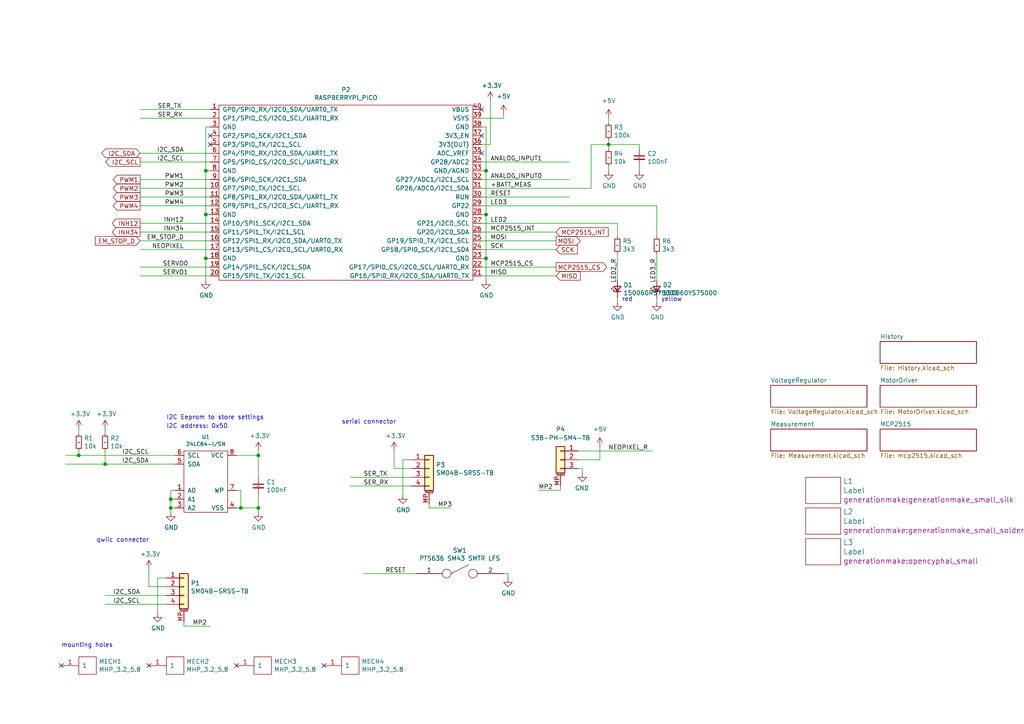
<source format=kicad_sch>
(kicad_sch (version 20211123) (generator eeschema)
  (paper "A4")
  (title_block (title "OpenCyphalRobotController07") (date "2023-07-24") (rev "0.1") (company "generationmake"))
  (lib_symbols
    (symbol "Connector_Generic_MountingPin:Conn_01x03_MountingPin" (pin_names (offset 1.016) hide)
      (property "Reference" "J" (at 0 5.08 0))
      (property "Value" "Conn_01x03_MountingPin" (at 1.27 -5.08 0))
      (symbol "Conn_01x03_MountingPin_1_1"
        (rectangle (start -1.27 -2.413) (end 0 -2.667) (stroke (width 0.1524)))
        (rectangle (start -1.27 0.127) (end 0 -0.127) (stroke (width 0.1524)))
        (rectangle (start -1.27 2.667) (end 0 2.413) (stroke (width 0.1524)))
        (rectangle (start -1.27 3.81) (end 1.27 -3.81) (stroke (width 0.254)) (fill (type background)))
        (polyline (pts (xy -1.016 -4.572) (xy 1.016 -4.572)) (stroke (width 0.1524)))
        (text "Mounting" (at 0 -4.191 0) (effects (font (size 0.381 0.381))))
        (pin passive line (at -5.08 2.54 0) (length 3.81) (name "Pin_1") (number "1"))
        (pin passive line (at -5.08 0 0) (length 3.81) (name "Pin_2") (number "2"))
        (pin passive line (at -5.08 -2.54 0) (length 3.81) (name "Pin_3") (number "3"))
        (pin passive line (at 0 -7.62 90) (length 3.048) (name "MountPin") (number "MP"))
      )
    )
    (symbol "Connector_Generic_MountingPin:Conn_01x04_MountingPin" (pin_names (offset 1.016) hide)
      (property "Reference" "J" (at 0 5.08 0))
      (property "Value" "Conn_01x04_MountingPin" (at 1.27 -7.62 0))
      (symbol "Conn_01x04_MountingPin_1_1"
        (rectangle (start -1.27 -4.953) (end 0 -5.207) (stroke (width 0.1524)))
        (rectangle (start -1.27 -2.413) (end 0 -2.667) (stroke (width 0.1524)))
        (rectangle (start -1.27 0.127) (end 0 -0.127) (stroke (width 0.1524)))
        (rectangle (start -1.27 2.667) (end 0 2.413) (stroke (width 0.1524)))
        (rectangle (start -1.27 3.81) (end 1.27 -6.35) (stroke (width 0.254)) (fill (type background)))
        (polyline (pts (xy -1.016 -7.112) (xy 1.016 -7.112)) (stroke (width 0.1524)))
        (text "Mounting" (at 0 -6.731 0) (effects (font (size 0.381 0.381))))
        (pin passive line (at -5.08 2.54 0) (length 3.81) (name "Pin_1") (number "1"))
        (pin passive line (at -5.08 0 0) (length 3.81) (name "Pin_2") (number "2"))
        (pin passive line (at -5.08 -2.54 0) (length 3.81) (name "Pin_3") (number "3"))
        (pin passive line (at -5.08 -5.08 0) (length 3.81) (name "Pin_4") (number "4"))
        (pin passive line (at 0 -10.16 90) (length 3.048) (name "MountPin") (number "MP"))
      )
    )
    (symbol "Device:C_Small" (pin_numbers hide) (pin_names (offset 0.254) hide)
      (property "Reference" "C" (at 0.254 1.778 0))
      (property "Value" "C_Small" (at 0.254 -2.032 0))
      (symbol "C_Small_0_1"
        (polyline (pts (xy -1.524 -0.508) (xy 1.524 -0.508)) (stroke (width 0.3302)))
        (polyline (pts (xy -1.524 0.508) (xy 1.524 0.508)) (stroke (width 0.3048)))
      )
      (symbol "C_Small_1_1"
        (pin passive line (at 0 2.54 270) (length 2.032) (name "~") (number "1"))
        (pin passive line (at 0 -2.54 90) (length 2.032) (name "~") (number "2"))
      )
    )
    (symbol "Device:LED_Small" (pin_numbers hide) (pin_names (offset 0.254) hide)
      (property "Reference" "D" (at -1.27 3.175 0))
      (property "Value" "LED_Small" (at -4.445 -2.54 0))
      (symbol "LED_Small_0_1"
        (polyline (pts (xy -0.762 -1.016) (xy -0.762 1.016)) (stroke (width 0.254)))
        (polyline (pts (xy 1.016 0) (xy -0.762 0)))
        (polyline (pts (xy 0.762 -1.016) (xy -0.762 0) (xy 0.762 1.016) (xy 0.762 -1.016)) (stroke (width 0.254)))
        (polyline (pts (xy 0 0.762) (xy -0.508 1.27) (xy -0.254 1.27) (xy -0.508 1.27) (xy -0.508 1.016)))
        (polyline (pts (xy 0.508 1.27) (xy 0 1.778) (xy 0.254 1.778) (xy 0 1.778) (xy 0 1.524)))
      )
      (symbol "LED_Small_1_1"
        (pin passive line (at -2.54 0 0) (length 1.778) (name "K") (number "1"))
        (pin passive line (at 2.54 0 180) (length 1.778) (name "A") (number "2"))
      )
    )
    (symbol "Device:R_Small" (pin_numbers hide) (pin_names (offset 0.254) hide)
      (property "Reference" "R" (at 0.762 0.508 0))
      (property "Value" "R_Small" (at 0.762 -1.016 0))
      (symbol "R_Small_0_1"
        (rectangle (start -0.762 1.778) (end 0.762 -1.778) (stroke (width 0.2032)))
      )
      (symbol "R_Small_1_1"
        (pin passive line (at 0 2.54 270) (length 0.762) (name "~") (number "1"))
        (pin passive line (at 0 -2.54 90) (length 0.762) (name "~") (number "2"))
      )
    )
    (symbol "OpenCyphalPicoBase-rescue:24LC64-IC_interface_i2c" (pin_names (offset 1.016))
      (property "Reference" "U" (at 0 10.16 0))
      (property "Value" "24LC64-IC_interface_i2c" (at 0 -10.16 0))
      (symbol "24LC64-IC_interface_i2c_0_1"
        (rectangle (start -6.35 8.89) (end 6.35 -8.89))
      )
      (symbol "24LC64-IC_interface_i2c_1_1"
        (pin input line (at -8.89 -2.54 0) (length 2.54) (name "A0") (number "1"))
        (pin input line (at -8.89 -5.08 0) (length 2.54) (name "A1") (number "2"))
        (pin input line (at -8.89 -7.62 0) (length 2.54) (name "A2") (number "3"))
        (pin input line (at 8.89 -7.62 180) (length 2.54) (name "VSS") (number "4"))
        (pin input line (at -8.89 5.08 0) (length 2.54) (name "SDA") (number "5"))
        (pin input line (at -8.89 7.62 0) (length 2.54) (name "SCL") (number "6"))
        (pin input line (at 8.89 -2.54 180) (length 2.54) (name "WP") (number "7"))
        (pin input line (at 8.89 7.62 180) (length 2.54) (name "VCC") (number "8"))
      )
    )
    (symbol "OpenCyphalPicoBase-rescue:Label-devices" (pin_names (offset 1.016))
      (property "Reference" "L" (at 0 5.08 0))
      (property "Value" "Label-devices" (at 0 0 0))
      (symbol "Label-devices_0_1"
        (rectangle (start -5.08 3.81) (end 5.08 -3.81))
      )
    )
    (symbol "OpenCyphalPicoBase-rescue:MHP_3.2_5.8-MECH_mounting-holes" (pin_names (offset 1.016))
      (property "Reference" "MECH" (at 0 3.81 0))
      (property "Value" "MHP_3.2_5.8-MECH_mounting-holes" (at 1.27 -3.81 0))
      (symbol "MHP_3.2_5.8-MECH_mounting-holes_1_1"
        (rectangle (start -2.54 2.54) (end 2.54 -2.54))
        (pin bidirectional line (at -7.62 0 0) (length 5.08) (name "1") (number "1"))
      )
    )
    (symbol "OpenCyphalPicoBase-rescue:RASPBERRYPI_PICO-MODULE_compute" (pin_names (offset 1.016))
      (property "Reference" "CN" (at 0 26.67 0))
      (property "Value" "RASPBERRYPI_PICO-MODULE_compute" (at 0 -26.67 0))
      (symbol "RASPBERRYPI_PICO-MODULE_compute_0_1"
        (rectangle (start -36.83 25.4) (end 36.83 -25.4))
      )
      (symbol "RASPBERRYPI_PICO-MODULE_compute_1_1"
        (pin input line (at -39.37 24.13 0) (length 2.54) (name "GP0/SPI0_RX/I2C0_SDA/UART0_TX") (number "1"))
        (pin input line (at -39.37 1.27 0) (length 2.54) (name "GP7/SPI0_TX/I2C1_SCL") (number "10"))
        (pin input line (at -39.37 -1.27 0) (length 2.54) (name "GP8/SPI1_RX/I2C0_SDA/UART1_TX") (number "11"))
        (pin input line (at -39.37 -3.81 0) (length 2.54) (name "GP9/SPI1_CS/I2C0_SCL/UART1_RX") (number "12"))
        (pin input line (at -39.37 -6.35 0) (length 2.54) (name "GND") (number "13"))
        (pin input line (at -39.37 -8.89 0) (length 2.54) (name "GP10/SPI1_SCK/I2C1_SDA") (number "14"))
        (pin input line (at -39.37 -11.43 0) (length 2.54) (name "GP11/SPI1_TX/I2C1_SCL") (number "15"))
        (pin input line (at -39.37 -13.97 0) (length 2.54) (name "GP12/SPI1_RX/I2C0_SDA/UART0_TX") (number "16"))
        (pin input line (at -39.37 -16.51 0) (length 2.54) (name "GP13/SPI1_CS/I2C0_SCL/UART0_RX") (number "17"))
        (pin input line (at -39.37 -19.05 0) (length 2.54) (name "GND") (number "18"))
        (pin input line (at -39.37 -21.59 0) (length 2.54) (name "GP14/SPI1_SCK/I2C1_SDA") (number "19"))
        (pin input line (at -39.37 21.59 0) (length 2.54) (name "GP1/SPI0_CS/I2C0_SCL/UART0_RX") (number "2"))
        (pin input line (at -39.37 -24.13 0) (length 2.54) (name "GP15/SPI1_TX/I2C1_SCL") (number "20"))
        (pin input line (at 39.37 -24.13 180) (length 2.54) (name "GP16/SPI0_RX/I2C0_SDA/UART0_TX") (number "21"))
        (pin input line (at 39.37 -21.59 180) (length 2.54) (name "GP17/SPI0_CS/I2C0_SCL/UART0_RX") (number "22"))
        (pin input line (at 39.37 -19.05 180) (length 2.54) (name "GND") (number "23"))
        (pin input line (at 39.37 -16.51 180) (length 2.54) (name "GP18/SPI0_SCK/I2C1_SDA") (number "24"))
        (pin input line (at 39.37 -13.97 180) (length 2.54) (name "GP19/SPI0_TX/I2C1_SCL") (number "25"))
        (pin input line (at 39.37 -11.43 180) (length 2.54) (name "GP20/I2C0_SDA") (number "26"))
        (pin input line (at 39.37 -8.89 180) (length 2.54) (name "GP21/I2C0_SCL") (number "27"))
        (pin input line (at 39.37 -6.35 180) (length 2.54) (name "GND") (number "28"))
        (pin input line (at 39.37 -3.81 180) (length 2.54) (name "GP22") (number "29"))
        (pin input line (at -39.37 19.05 0) (length 2.54) (name "GND") (number "3"))
        (pin input line (at 39.37 -1.27 180) (length 2.54) (name "RUN") (number "30"))
        (pin input line (at 39.37 1.27 180) (length 2.54) (name "GP26/ADC0/I2C1_SDA") (number "31"))
        (pin input line (at 39.37 3.81 180) (length 2.54) (name "GP27/ADC1/I2C1_SCL") (number "32"))
        (pin input line (at 39.37 6.35 180) (length 2.54) (name "GND/AGND") (number "33"))
        (pin input line (at 39.37 8.89 180) (length 2.54) (name "GP28/ADC2") (number "34"))
        (pin input line (at 39.37 11.43 180) (length 2.54) (name "ADC_VREF") (number "35"))
        (pin input line (at 39.37 13.97 180) (length 2.54) (name "3V3(OUT)") (number "36"))
        (pin input line (at 39.37 16.51 180) (length 2.54) (name "3V3_EN") (number "37"))
        (pin input line (at 39.37 19.05 180) (length 2.54) (name "GND") (number "38"))
        (pin input line (at 39.37 21.59 180) (length 2.54) (name "VSYS") (number "39"))
        (pin input line (at -39.37 16.51 0) (length 2.54) (name "GP2/SPI0_SCK/I2C1_SDA") (number "4"))
        (pin input line (at 39.37 24.13 180) (length 2.54) (name "VBUS") (number "40"))
        (pin input line (at -39.37 13.97 0) (length 2.54) (name "GP3/SPI0_TX/I2C1_SCL") (number "5"))
        (pin input line (at -39.37 11.43 0) (length 2.54) (name "GP4/SPI0_RX/I2C0_SDA/UART1_TX") (number "6"))
        (pin input line (at -39.37 8.89 0) (length 2.54) (name "GP5/SPI0_CS/I2C0_SCL/UART1_RX") (number "7"))
        (pin input line (at -39.37 6.35 0) (length 2.54) (name "GND") (number "8"))
        (pin input line (at -39.37 3.81 0) (length 2.54) (name "GP6/SPI0_SCK/I2C1_SDA") (number "9"))
      )
    )
    (symbol "OpenCyphalPicoBase-rescue:SPST-devices" (pin_numbers hide) (pin_names (offset 0))
      (property "Reference" "SW" (at 0 2.54 0))
      (property "Value" "SPST-devices" (at 0 -2.54 0))
      (symbol "SPST-devices_0_0"
        (circle (center -3.81 0) (radius 1.27))
        (polyline (pts (xy -2.54 0) (xy 2.54 2.54)))
        (circle (center 3.81 0) (radius 1.27))
      )
      (symbol "SPST-devices_1_1"
        (pin input line (at -12.7 0 0) (length 7.62) (name "1") (number "1"))
        (pin input line (at 12.7 0 180) (length 7.62) (name "2") (number "2"))
      )
    )
    (symbol "power:+3.3V" (power) (pin_names (offset 0))
      (property "Value" "+3.3V" (at 0 3.556 0))
      (symbol "+3.3V_0_1"
        (polyline (pts (xy -0.762 1.27) (xy 0 2.54)))
        (polyline (pts (xy 0 0) (xy 0 2.54)))
        (polyline (pts (xy 0 2.54) (xy 0.762 1.27)))
      )
      (symbol "+3.3V_1_1"
        (pin power_in line (at 0 0 90) (length 0) hide (name "+3.3V") (number "1"))
      )
    )
    (symbol "power:+5V" (power) (pin_names (offset 0))
      (property "Value" "+5V" (at 0 3.556 0))
      (symbol "+5V_0_1"
        (polyline (pts (xy -0.762 1.27) (xy 0 2.54)))
        (polyline (pts (xy 0 0) (xy 0 2.54)))
        (polyline (pts (xy 0 2.54) (xy 0.762 1.27)))
      )
      (symbol "+5V_1_1"
        (pin power_in line (at 0 0 90) (length 0) hide (name "+5V") (number "1"))
      )
    )
    (symbol "power:GND" (power) (pin_names (offset 0))
      (property "Value" "GND" (at 0 -3.81 0))
      (symbol "GND_0_1"
        (polyline (pts (xy 0 0) (xy 0 -1.27) (xy 1.27 -1.27) (xy 0 -2.54) (xy -1.27 -1.27) (xy 0 -1.27)))
      )
      (symbol "GND_1_1"
        (pin power_in line (at 0 0 270) (length 0) hide (name "GND") (number "1"))
      )
    )
  )
  (junction (at 30.48 134.62))
  (junction (at 74.93 147.32))
  (junction (at 140.97 62.23))
  (junction (at 59.69 74.93))
  (junction (at 49.53 147.32))
  (junction (at 22.86 132.08))
  (junction (at 74.93 132.08))
  (junction (at 140.97 74.93))
  (junction (at 140.97 49.53))
  (junction (at 49.53 144.78))
  (junction (at 69.85 147.32))
  (junction (at 59.69 62.23))
  (junction (at 176.53 41.91))
  (junction (at 59.69 49.53))
  (no_connect (at 60.96 41.91))
  (no_connect (at 139.7 44.45))
  (no_connect (at 60.96 39.37))
  (no_connect (at 93.98 193.04))
  (no_connect (at 17.78 193.04))
  (no_connect (at 139.7 39.37))
  (no_connect (at 43.18 193.04))
  (no_connect (at 139.7 31.75))
  (no_connect (at 68.58 193.04))
  (wire (pts (xy 140.97 74.93) (xy 140.97 81.28)))
  (wire (pts (xy 185.42 48.26) (xy 185.42 49.53)))
  (wire (pts (xy 50.8 142.24) (xy 49.53 142.24)))
  (wire (pts (xy 30.48 175.26) (xy 48.26 175.26)))
  (wire (pts (xy 48.26 167.64) (xy 45.72 167.64)))
  (wire (pts (xy 22.86 124.46) (xy 22.86 125.73)))
  (wire (pts (xy 101.6 138.43) (xy 119.38 138.43)))
  (wire (pts (xy 74.93 147.32) (xy 74.93 148.59)))
  (wire (pts (xy 69.85 147.32) (xy 74.93 147.32)))
  (wire (pts (xy 45.72 167.64) (xy 45.72 177.8)))
  (wire (pts (xy 40.64 77.47) (xy 60.96 77.47)))
  (wire (pts (xy 40.64 46.99) (xy 60.96 46.99)))
  (wire (pts (xy 30.48 134.62) (xy 50.8 134.62)))
  (wire (pts (xy 68.58 147.32) (xy 69.85 147.32)))
  (wire (pts (xy 176.53 35.56) (xy 176.53 34.29)))
  (wire (pts (xy 40.64 59.69) (xy 60.96 59.69)))
  (wire (pts (xy 22.86 132.08) (xy 50.8 132.08)))
  (wire (pts (xy 190.5 59.69) (xy 190.5 68.58)))
  (wire (pts (xy 50.8 144.78) (xy 49.53 144.78)))
  (wire (pts (xy 40.64 34.29) (xy 60.96 34.29)))
  (wire (pts (xy 49.53 142.24) (xy 49.53 144.78)))
  (wire (pts (xy 179.07 64.77) (xy 179.07 68.58)))
  (wire (pts (xy 140.97 49.53) (xy 140.97 62.23)))
  (wire (pts (xy 161.29 67.31) (xy 139.7 67.31)))
  (wire (pts (xy 59.69 36.83) (xy 59.69 49.53)))
  (wire (pts (xy 139.7 36.83) (xy 140.97 36.83)))
  (wire (pts (xy 60.96 181.61) (xy 53.34 181.61)))
  (wire (pts (xy 74.93 132.08) (xy 74.93 138.43)))
  (wire (pts (xy 162.56 142.24) (xy 162.56 140.97)))
  (wire (pts (xy 59.69 74.93) (xy 59.69 81.28)))
  (wire (pts (xy 179.07 86.36) (xy 179.07 87.63)))
  (wire (pts (xy 176.53 48.26) (xy 176.53 49.53)))
  (wire (pts (xy 171.45 41.91) (xy 176.53 41.91)))
  (wire (pts (xy 140.97 36.83) (xy 140.97 49.53)))
  (wire (pts (xy 179.07 73.66) (xy 179.07 81.28)))
  (wire (pts (xy 161.29 80.01) (xy 139.7 80.01)))
  (wire (pts (xy 69.85 142.24) (xy 69.85 147.32)))
  (wire (pts (xy 176.53 43.18) (xy 176.53 41.91)))
  (wire (pts (xy 59.69 62.23) (xy 59.69 74.93)))
  (wire (pts (xy 189.23 130.81) (xy 167.64 130.81)))
  (wire (pts (xy 40.64 44.45) (xy 60.96 44.45)))
  (wire (pts (xy 119.38 133.35) (xy 116.84 133.35)))
  (wire (pts (xy 171.45 54.61) (xy 171.45 41.91)))
  (wire (pts (xy 114.3 135.89) (xy 114.3 130.81)))
  (wire (pts (xy 43.18 170.18) (xy 43.18 165.1)))
  (wire (pts (xy 139.7 49.53) (xy 140.97 49.53)))
  (wire (pts (xy 139.7 41.91) (xy 142.24 41.91)))
  (wire (pts (xy 165.1 52.07) (xy 139.7 52.07)))
  (wire (pts (xy 105.41 166.37) (xy 120.65 166.37)))
  (wire (pts (xy 116.84 133.35) (xy 116.84 143.51)))
  (wire (pts (xy 68.58 142.24) (xy 69.85 142.24)))
  (wire (pts (xy 22.86 130.81) (xy 22.86 132.08)))
  (wire (pts (xy 173.99 133.35) (xy 173.99 129.54)))
  (wire (pts (xy 60.96 36.83) (xy 59.69 36.83)))
  (wire (pts (xy 60.96 49.53) (xy 59.69 49.53)))
  (wire (pts (xy 74.93 130.81) (xy 74.93 132.08)))
  (wire (pts (xy 49.53 147.32) (xy 49.53 148.59)))
  (wire (pts (xy 139.7 54.61) (xy 171.45 54.61)))
  (wire (pts (xy 161.29 72.39) (xy 139.7 72.39)))
  (wire (pts (xy 190.5 86.36) (xy 190.5 87.63)))
  (wire (pts (xy 119.38 135.89) (xy 114.3 135.89)))
  (wire (pts (xy 167.64 135.89) (xy 168.91 135.89)))
  (wire (pts (xy 19.05 134.62) (xy 30.48 134.62)))
  (wire (pts (xy 176.53 41.91) (xy 185.42 41.91)))
  (wire (pts (xy 60.96 62.23) (xy 59.69 62.23)))
  (wire (pts (xy 19.05 132.08) (xy 22.86 132.08)))
  (wire (pts (xy 139.7 64.77) (xy 179.07 64.77)))
  (wire (pts (xy 48.26 170.18) (xy 43.18 170.18)))
  (wire (pts (xy 139.7 59.69) (xy 190.5 59.69)))
  (wire (pts (xy 53.34 181.61) (xy 53.34 180.34)))
  (wire (pts (xy 40.64 67.31) (xy 60.96 67.31)))
  (wire (pts (xy 40.64 52.07) (xy 60.96 52.07)))
  (wire (pts (xy 40.64 64.77) (xy 60.96 64.77)))
  (wire (pts (xy 140.97 62.23) (xy 140.97 74.93)))
  (wire (pts (xy 130.81 147.32) (xy 124.46 147.32)))
  (wire (pts (xy 139.7 74.93) (xy 140.97 74.93)))
  (wire (pts (xy 185.42 41.91) (xy 185.42 43.18)))
  (wire (pts (xy 59.69 49.53) (xy 59.69 62.23)))
  (wire (pts (xy 168.91 135.89) (xy 168.91 137.16)))
  (wire (pts (xy 30.48 172.72) (xy 48.26 172.72)))
  (wire (pts (xy 40.64 72.39) (xy 60.96 72.39)))
  (wire (pts (xy 74.93 143.51) (xy 74.93 147.32)))
  (wire (pts (xy 147.32 166.37) (xy 147.32 167.64)))
  (wire (pts (xy 40.64 31.75) (xy 60.96 31.75)))
  (wire (pts (xy 142.24 41.91) (xy 142.24 29.21)))
  (wire (pts (xy 40.64 54.61) (xy 60.96 54.61)))
  (wire (pts (xy 50.8 147.32) (xy 49.53 147.32)))
  (wire (pts (xy 156.21 142.24) (xy 162.56 142.24)))
  (wire (pts (xy 139.7 34.29) (xy 146.05 34.29)))
  (wire (pts (xy 124.46 147.32) (xy 124.46 146.05)))
  (wire (pts (xy 49.53 144.78) (xy 49.53 147.32)))
  (wire (pts (xy 165.1 57.15) (xy 139.7 57.15)))
  (wire (pts (xy 146.05 166.37) (xy 147.32 166.37)))
  (wire (pts (xy 139.7 62.23) (xy 140.97 62.23)))
  (wire (pts (xy 30.48 130.81) (xy 30.48 134.62)))
  (wire (pts (xy 146.05 34.29) (xy 146.05 33.02)))
  (wire (pts (xy 161.29 77.47) (xy 139.7 77.47)))
  (wire (pts (xy 30.48 124.46) (xy 30.48 125.73)))
  (wire (pts (xy 60.96 74.93) (xy 59.69 74.93)))
  (wire (pts (xy 40.64 57.15) (xy 60.96 57.15)))
  (wire (pts (xy 40.64 69.85) (xy 60.96 69.85)))
  (wire (pts (xy 101.6 140.97) (xy 119.38 140.97)))
  (wire (pts (xy 167.64 133.35) (xy 173.99 133.35)))
  (wire (pts (xy 40.64 80.01) (xy 60.96 80.01)))
  (wire (pts (xy 68.58 132.08) (xy 74.93 132.08)))
  (wire (pts (xy 161.29 69.85) (xy 139.7 69.85)))
  (wire (pts (xy 165.1 46.99) (xy 139.7 46.99)))
  (wire (pts (xy 190.5 73.66) (xy 190.5 81.28)))
  (wire (pts (xy 176.53 41.91) (xy 176.53 40.64)))
  (text "yellow" (at 191.77 87.63 0) (effects (font (size 1.27 1.27)) (justify left bottom)))
  (text "serial connector" (at 99.06 123.19 0) (effects (font (size 1.27 1.27)) (justify left bottom)))
  (text "qwiic connector" (at 27.94 157.48 0) (effects (font (size 1.27 1.27)) (justify left bottom)))
  (text "mounting holes" (at 17.78 187.96 0) (effects (font (size 1.27 1.27)) (justify left bottom)))
  (text "red" (at 180.34 87.63 0) (effects (font (size 1.27 1.27)) (justify left bottom)))
  (text "I2C address: 0x50" (at 48.26 124.46 0) (effects (font (size 1.27 1.27)) (justify left bottom)))
  (text "I2C Eeprom to store settings" (at 48.26 121.92 0) (effects (font (size 1.27 1.27)) (justify left bottom)))
  (label "RESET" (at 142.24 57.15 0))
  (label "LED2_R" (at 179.07 74.93 270))
  (label "MP2" (at 156.21 142.24 0))
  (label "I2C_SCL" (at 43.18 132.08 180))
  (label "SER_TX" (at 45.72 31.75 0))
  (label "MP2" (at 55.88 181.61 0))
  (label "MOSI" (at 142.24 69.85 0))
  (label "LED2" (at 142.24 64.77 0))
  (label "ANALOG_INPUT0" (at 142.24 52.07 0))
  (label "LED3_R" (at 190.5 74.93 270))
  (label "SER_RX" (at 45.72 34.29 0))
  (label "I2C_SCL" (at 53.34 46.99 180))
  (label "PWM3" (at 53.34 57.15 180))
  (label "PWM1" (at 53.34 52.07 180))
  (label "ANALOG_INPUT1" (at 142.24 46.99 0))
  (label "LED3" (at 142.24 59.69 0))
  (label "SER_RX" (at 105.41 140.97 0))
  (label "I2C_SDA" (at 40.64 172.72 180))
  (label "I2C_SCL" (at 40.64 175.26 180))
  (label "INH34" (at 53.34 67.31 180))
  (label "SERVO0" (at 54.61 77.47 180))
  (label "I2C_SDA" (at 53.34 44.45 180))
  (label "EM_STOP_D" (at 53.34 69.85 180))
  (label "RESET" (at 111.76 166.37 0))
  (label "INH12" (at 53.34 64.77 180))
  (label "PWM2" (at 53.34 54.61 180))
  (label "NEOPIXEL_R" (at 187.96 130.81 180))
  (label "SCK" (at 142.24 72.39 0))
  (label "PWM4" (at 53.34 59.69 180))
  (label "SER_TX" (at 105.41 138.43 0))
  (label "MISO" (at 142.24 80.01 0))
  (label "SERVO1" (at 54.61 80.01 180))
  (label "MCP2515_INT" (at 142.24 67.31 0))
  (label "MP3" (at 127 147.32 0))
  (label "+BATT_MEAS" (at 142.24 54.61 0))
  (label "I2C_SDA" (at 43.18 134.62 180))
  (label "MCP2515_CS" (at 142.24 77.47 0))
  (label "NEOPIXEL" (at 53.34 72.39 180))
  (global_label "PWM1" (shape output) (at 40.64 52.07 180) (property "Referenzen zwischen Schaltplänen" "${INTERSHEET_REFS}" (effects hide)))
  (global_label "MISO" (shape input) (at 161.29 80.01 0) (property "Referenzen zwischen Schaltplänen" "${INTERSHEET_REFS}" (effects hide)))
  (global_label "EM_STOP_D" (shape input) (at 40.64 69.85 180) (property "Referenzen zwischen Schaltplänen" "${INTERSHEET_REFS}" (effects hide)))
  (global_label "I2C_SDA" (shape bidirectional) (at 40.64 44.45 180) (property "Referenzen zwischen Schaltplänen" "${INTERSHEET_REFS}" (effects hide)))
  (global_label "PWM2" (shape output) (at 40.64 54.61 180) (property "Referenzen zwischen Schaltplänen" "${INTERSHEET_REFS}" (effects hide)))
  (global_label "PWM3" (shape output) (at 40.64 57.15 180) (property "Referenzen zwischen Schaltplänen" "${INTERSHEET_REFS}" (effects hide)))
  (global_label "INH12" (shape output) (at 40.64 64.77 180) (property "Referenzen zwischen Schaltplänen" "${INTERSHEET_REFS}" (effects hide)))
  (global_label "MOSI" (shape output) (at 161.29 69.85 0) (property "Referenzen zwischen Schaltplänen" "${INTERSHEET_REFS}" (effects hide)))
  (global_label "MCP2515_CS" (shape output) (at 161.29 77.47 0) (property "Referenzen zwischen Schaltplänen" "${INTERSHEET_REFS}" (effects hide)))
  (global_label "INH34" (shape output) (at 40.64 67.31 180) (property "Referenzen zwischen Schaltplänen" "${INTERSHEET_REFS}" (effects hide)))
  (global_label "PWM4" (shape output) (at 40.64 59.69 180) (property "Referenzen zwischen Schaltplänen" "${INTERSHEET_REFS}" (effects hide)))
  (global_label "SCK" (shape input) (at 161.29 72.39 0) (property "Referenzen zwischen Schaltplänen" "${INTERSHEET_REFS}" (effects hide)))
  (global_label "MCP2515_INT" (shape input) (at 161.29 67.31 0) (property "Referenzen zwischen Schaltplänen" "${INTERSHEET_REFS}" (effects hide)))
  (global_label "I2C_SCL" (shape output) (at 40.64 46.99 180) (property "Referenzen zwischen Schaltplänen" "${INTERSHEET_REFS}" (effects hide)))
  (symbol (lib_id "OpenCyphalPicoBase-rescue:MHP_3.2_5.8-MECH_mounting-holes") (at 25.4 193.04 0) (unit 1) (in_bom no)
    (property "Reference" "MECH1" (at 28.6512 191.8716 0) (effects (justify left)))
    (property "Value" "MHP_3.2_5.8" (at 28.6512 194.183 0) (effects (justify left)))
    (property "Footprint" "generationmake:MHP_3.2_5.8" (effects hide))
  )
  (symbol (lib_id "OpenCyphalPicoBase-rescue:MHP_3.2_5.8-MECH_mounting-holes") (at 50.8 193.04 0) (unit 1) (in_bom no)
    (property "Reference" "MECH2" (at 54.0512 191.8716 0) (effects (justify left)))
    (property "Value" "MHP_3.2_5.8" (at 54.0512 194.183 0) (effects (justify left)))
    (property "Footprint" "generationmake:MHP_3.2_5.8" (effects hide))
  )
  (symbol (lib_id "OpenCyphalPicoBase-rescue:MHP_3.2_5.8-MECH_mounting-holes") (at 76.2 193.04 0) (unit 1) (in_bom no)
    (property "Reference" "MECH3" (at 79.4512 191.8716 0) (effects (justify left)))
    (property "Value" "MHP_3.2_5.8" (at 79.4512 194.183 0) (effects (justify left)))
    (property "Footprint" "generationmake:MHP_3.2_5.8" (effects hide))
  )
  (symbol (lib_id "OpenCyphalPicoBase-rescue:MHP_3.2_5.8-MECH_mounting-holes") (at 101.6 193.04 0) (unit 1) (in_bom no)
    (property "Reference" "MECH4" (at 104.8512 191.8716 0) (effects (justify left)))
    (property "Value" "MHP_3.2_5.8" (at 104.8512 194.183 0) (effects (justify left)))
    (property "Footprint" "generationmake:MHP_3.2_5.8" (effects hide))
  )
  (symbol (lib_id "power:GND") (at 59.69 81.28 0) (unit 1)
    (property "Reference" "#PWR06" (effects hide))
    (property "Value" "GND" (at 59.817 85.6742 0))
  )
  (symbol (lib_id "power:+3.3V") (at 142.24 29.21 0) (unit 1)
    (property "Reference" "#PWR012" (effects hide))
    (property "Value" "+3.3V" (at 142.621 24.8158 0))
  )
  (symbol (lib_id "Connector_Generic_MountingPin:Conn_01x04_MountingPin") (at 124.46 135.89 0) (unit 1)
    (property "Reference" "P3" (at 126.4412 134.8486 0) (effects (justify left)))
    (property "Value" "SM04B-SRSS-TB" (at 126.4412 137.16 0) (effects (justify left)))
    (property "Footprint" "Connector_JST:JST_SH_SM04B-SRSS-TB_1x04-1MP_P1.00mm_Horizontal" (effects hide))
  )
  (symbol (lib_id "power:GND") (at 116.84 143.51 0) (unit 1)
    (property "Reference" "#PWR010" (effects hide))
    (property "Value" "GND" (at 116.967 147.9042 0))
  )
  (symbol (lib_id "power:+3.3V") (at 114.3 130.81 0) (unit 1)
    (property "Reference" "#PWR09" (effects hide))
    (property "Value" "+3.3V" (at 114.681 126.4158 0))
  )
  (symbol (lib_id "Device:R_Small") (at 22.86 128.27 0) (unit 1)
    (property "Reference" "R1" (at 24.3586 127.1016 0) (effects (justify left)))
    (property "Value" "10k" (at 24.3586 129.413 0) (effects (justify left)))
    (property "Footprint" "Resistor_SMD:R_0603_1608Metric" (effects hide))
    (property "Datasheet" "~" (at 22.86 128.27 0))
  )
  (symbol (lib_id "Device:R_Small") (at 30.48 128.27 0) (unit 1)
    (property "Reference" "R2" (at 31.9786 127.1016 0) (effects (justify left)))
    (property "Value" "10k" (at 31.9786 129.413 0) (effects (justify left)))
    (property "Footprint" "Resistor_SMD:R_0603_1608Metric" (effects hide))
    (property "Datasheet" "~" (at 30.48 128.27 0))
  )
  (symbol (lib_id "power:+3.3V") (at 22.86 124.46 0) (unit 1)
    (property "Reference" "#PWR01" (effects hide))
    (property "Value" "+3.3V" (at 23.241 120.0658 0))
  )
  (symbol (lib_id "power:+3.3V") (at 30.48 124.46 0) (unit 1)
    (property "Reference" "#PWR02" (effects hide))
    (property "Value" "+3.3V" (at 30.861 120.0658 0))
  )
  (symbol (lib_id "power:GND") (at 45.72 177.8 0) (unit 1)
    (property "Reference" "#PWR04" (effects hide))
    (property "Value" "GND" (at 45.847 182.1942 0))
  )
  (symbol (lib_id "Connector_Generic_MountingPin:Conn_01x04_MountingPin") (at 53.34 170.18 0) (unit 1)
    (property "Reference" "P1" (at 55.3212 169.1386 0) (effects (justify left)))
    (property "Value" "SM04B-SRSS-TB" (at 55.3212 171.45 0) (effects (justify left)))
    (property "Footprint" "Connector_JST:JST_SH_SM04B-SRSS-TB_1x04-1MP_P1.00mm_Horizontal" (effects hide))
  )
  (symbol (lib_id "power:+3.3V") (at 43.18 165.1 0) (unit 1)
    (property "Reference" "#PWR03" (effects hide))
    (property "Value" "+3.3V" (at 43.561 160.7058 0))
  )
  (symbol (lib_id "OpenCyphalPicoBase-rescue:24LC64-IC_interface_i2c") (at 59.69 139.7 0) (unit 1)
    (property "Reference" "U1" (at 59.69 126.746 0) (effects (font (size 1.0922 1.0922))))
    (property "Value" "24LC64-I/SN" (at 59.69 128.8034 0) (effects (font (size 1.0922 1.0922))))
    (property "Footprint" "Package_SO:SOIC-8_3.9x4.9mm_P1.27mm" (effects hide))
  )
  (symbol (lib_id "Device:C_Small") (at 74.93 140.97 0) (unit 1)
    (property "Reference" "C1" (at 77.2668 139.8016 0) (effects (justify left)))
    (property "Value" "100nF" (at 77.2668 142.113 0) (effects (justify left)))
    (property "Footprint" "Capacitor_SMD:C_0603_1608Metric" (effects hide))
    (property "Datasheet" "~" (at 74.93 140.97 0))
  )
  (symbol (lib_id "power:+3.3V") (at 74.93 130.81 0) (unit 1)
    (property "Reference" "#PWR07" (effects hide))
    (property "Value" "+3.3V" (at 75.311 126.4158 0))
  )
  (symbol (lib_id "power:GND") (at 74.93 148.59 0) (unit 1)
    (property "Reference" "#PWR08" (effects hide))
    (property "Value" "GND" (at 75.057 152.9842 0))
  )
  (symbol (lib_id "power:GND") (at 49.53 148.59 0) (unit 1)
    (property "Reference" "#PWR05" (effects hide))
    (property "Value" "GND" (at 49.657 152.9842 0))
  )
  (symbol (lib_id "Device:LED_Small") (at 179.07 83.82 90) (unit 1)
    (property "Reference" "D1" (at 180.7972 82.6516 90) (effects (justify right)))
    (property "Value" "150060RS75000" (at 180.7972 84.963 90) (effects (justify right)))
    (property "Footprint" "LED_SMD:LED_0603_1608Metric" (effects hide))
    (property "Datasheet" "~" (at 179.07 83.82 90))
  )
  (symbol (lib_id "Device:R_Small") (at 179.07 71.12 0) (unit 1)
    (property "Reference" "R5" (at 180.5686 69.9516 0) (effects (justify left)))
    (property "Value" "3k3" (at 180.5686 72.263 0) (effects (justify left)))
    (property "Footprint" "Resistor_SMD:R_0603_1608Metric" (effects hide))
    (property "Datasheet" "~" (at 179.07 71.12 0))
  )
  (symbol (lib_id "power:GND") (at 179.07 87.63 0) (unit 1)
    (property "Reference" "#PWR019" (effects hide))
    (property "Value" "GND" (at 179.197 92.0242 0))
  )
  (symbol (lib_id "Device:LED_Small") (at 190.5 83.82 90) (unit 1)
    (property "Reference" "D2" (at 192.2272 82.6516 90) (effects (justify right)))
    (property "Value" "150060YS75000" (at 192.2272 84.963 90) (effects (justify right)))
    (property "Footprint" "LED_SMD:LED_0603_1608Metric" (effects hide))
    (property "Datasheet" "~" (at 190.5 83.82 90))
  )
  (symbol (lib_id "Device:R_Small") (at 190.5 71.12 0) (unit 1)
    (property "Reference" "R6" (at 191.9986 69.9516 0) (effects (justify left)))
    (property "Value" "3k3" (at 191.9986 72.263 0) (effects (justify left)))
    (property "Footprint" "Resistor_SMD:R_0603_1608Metric" (effects hide))
    (property "Datasheet" "~" (at 190.5 71.12 0))
  )
  (symbol (lib_id "power:GND") (at 190.5 87.63 0) (unit 1)
    (property "Reference" "#PWR021" (effects hide))
    (property "Value" "GND" (at 190.627 92.0242 0))
  )
  (symbol (lib_id "Device:R_Small") (at 176.53 38.1 0) (unit 1)
    (property "Reference" "R3" (at 178.0286 36.9316 0) (effects (justify left)))
    (property "Value" "100k" (at 178.0286 39.243 0) (effects (justify left)))
    (property "Footprint" "Resistor_SMD:R_0603_1608Metric" (effects hide))
    (property "Datasheet" "~" (at 176.53 38.1 0))
  )
  (symbol (lib_id "Device:R_Small") (at 176.53 45.72 0) (unit 1)
    (property "Reference" "R4" (at 178.0286 44.5516 0) (effects (justify left)))
    (property "Value" "10k" (at 178.0286 46.863 0) (effects (justify left)))
    (property "Footprint" "Resistor_SMD:R_0603_1608Metric" (effects hide))
    (property "Datasheet" "~" (at 176.53 45.72 0))
  )
  (symbol (lib_id "Device:C_Small") (at 185.42 45.72 0) (unit 1)
    (property "Reference" "C2" (at 187.7568 44.5516 0) (effects (justify left)))
    (property "Value" "100nF" (at 187.7568 46.863 0) (effects (justify left)))
    (property "Footprint" "Capacitor_SMD:C_0603_1608Metric" (effects hide))
    (property "Datasheet" "~" (at 185.42 45.72 0))
  )
  (symbol (lib_id "power:GND") (at 185.42 49.53 0) (unit 1)
    (property "Reference" "#PWR020" (effects hide))
    (property "Value" "GND" (at 185.547 53.9242 0))
  )
  (symbol (lib_id "power:GND") (at 176.53 49.53 0) (unit 1)
    (property "Reference" "#PWR018" (effects hide))
    (property "Value" "GND" (at 176.657 53.9242 0))
  )
  (symbol (lib_id "OpenCyphalPicoBase-rescue:Label-devices") (at 238.76 142.24 0) (unit 1) (in_bom no)
    (property "Reference" "L1" (at 244.5512 139.5476 0) (effects (font (size 1.524 1.524)) (justify left)))
    (property "Value" "Label" (at 244.5512 142.24 0) (effects (font (size 1.524 1.524)) (justify left)))
    (property "Footprint" "generationmake:generationmake_small_silk" (at 244.5512 144.9324 0) (effects (font (size 1.524 1.524)) (justify left)))
  )
  (symbol (lib_id "OpenCyphalPicoBase-rescue:Label-devices") (at 238.76 151.13 0) (unit 1) (in_bom no)
    (property "Reference" "L2" (at 244.5512 148.4376 0) (effects (font (size 1.524 1.524)) (justify left)))
    (property "Value" "Label" (at 244.5512 151.13 0) (effects (font (size 1.524 1.524)) (justify left)))
    (property "Footprint" "generationmake:generationmake_small_solder" (at 244.5512 153.8224 0) (effects (font (size 1.524 1.524)) (justify left)))
  )
  (symbol (lib_id "OpenCyphalPicoBase-rescue:Label-devices") (at 238.76 160.02 0) (unit 1) (in_bom no)
    (property "Reference" "L3" (at 244.5512 157.3276 0) (effects (font (size 1.524 1.524)) (justify left)))
    (property "Value" "Label" (at 244.5512 160.02 0) (effects (font (size 1.524 1.524)) (justify left)))
    (property "Footprint" "generationmake:opencyphal_small" (at 244.5512 162.7124 0) (effects (font (size 1.524 1.524)) (justify left)))
  )
  (symbol (lib_id "OpenCyphalPicoBase-rescue:RASPBERRYPI_PICO-MODULE_compute") (at 100.33 55.88 0) (unit 1) (in_bom no)
    (property "Reference" "P2" (at 100.33 26.035 0))
    (property "Value" "RASPBERRYPI_PICO" (at 100.33 28.3464 0))
    (property "Footprint" "generationmake:RASPI_PICO_SOLDER_ONLY" (effects hide))
  )
  (symbol (lib_id "power:GND") (at 140.97 81.28 0) (unit 1)
    (property "Reference" "#PWR011" (effects hide))
    (property "Value" "GND" (at 141.097 85.6742 0))
  )
  (symbol (lib_id "OpenCyphalPicoBase-rescue:SPST-devices") (at 133.35 166.37 0) (unit 1)
    (property "Reference" "SW1" (at 133.35 159.639 0))
    (property "Value" "PTS636 SM43 SMTR LFS" (at 133.35 161.9504 0))
    (property "Footprint" "Button_Switch_SMD:SW_SPST_CK_RS282G05A3" (effects hide))
  )
  (symbol (lib_id "power:GND") (at 147.32 167.64 0) (unit 1)
    (property "Reference" "#PWR014" (effects hide))
    (property "Value" "GND" (at 147.447 172.0342 0))
  )
  (symbol (lib_id "Connector_Generic_MountingPin:Conn_01x03_MountingPin") (at 162.56 133.35 0) (mirror y) (unit 1)
    (property "Reference" "P4" (at 162.56 124.46 0))
    (property "Value" "S3B-PH-SM4-TB" (at 162.56 127 0))
    (property "Footprint" "Connector_JST:JST_PH_S3B-PH-SM4-TB_1x03-1MP_P2.00mm_Horizontal" (effects hide))
  )
  (symbol (lib_id "power:+5V") (at 146.05 33.02 0) (unit 1)
    (property "Reference" "#PWR013" (effects hide))
    (property "Value" "+5V" (at 146.05 27.94 0))
  )
  (symbol (lib_id "power:+5V") (at 176.53 34.29 0) (unit 1)
    (property "Reference" "#PWR017" (effects hide))
    (property "Value" "+5V" (at 176.53 29.21 0))
  )
  (symbol (lib_id "power:+5V") (at 173.99 129.54 0) (unit 1)
    (property "Reference" "#PWR016" (effects hide))
    (property "Value" "+5V" (at 173.99 124.46 0))
  )
  (symbol (lib_id "power:GND") (at 168.91 137.16 0) (mirror y) (unit 1)
    (property "Reference" "#PWR015" (effects hide))
    (property "Value" "GND" (at 168.783 141.5542 0))
  )
  (sheet (at 255.27 124.46) (size 27.94 6.35)
    (property "Sheet name" "MCP2515" (at 255.27 123.7484 0) (effects (justify left bottom)))
    (property "Sheet file" "mcp2515.kicad_sch" (at 255.27 131.3946 0) (effects (justify left top)))
  )
  (sheet (at 255.27 111.76) (size 27.94 6.35) (stroke (width 0.1524))
    (property "Sheet name" "MotorDriver" (at 255.27 111.0484 0) (effects (justify left bottom)))
    (property "Sheet file" "MotorDriver.kicad_sch" (at 255.27 118.6946 0) (effects (justify left top)))
  )
  (sheet (at 255.27 99.06) (size 27.94 6.35) (stroke (width 0.1524))
    (property "Sheet name" "History" (at 255.27 98.3484 0) (effects (justify left bottom)))
    (property "Sheet file" "History.kicad_sch" (at 255.27 105.9946 0) (effects (justify left top)))
  )
  (sheet (at 223.52 124.46) (size 27.94 6.35) (stroke (width 0.1524))
    (property "Sheet name" "Measurement" (at 223.52 123.7484 0) (effects (justify left bottom)))
    (property "Sheet file" "Measurement.kicad_sch" (at 223.52 131.3946 0) (effects (justify left top)))
  )
  (sheet (at 223.52 111.76) (size 27.94 6.35) (stroke (width 0.1524))
    (property "Sheet name" "VoltageRegulator" (at 223.52 111.0484 0) (effects (justify left bottom)))
    (property "Sheet file" "VoltageRegulator.kicad_sch" (at 223.52 118.6946 0) (effects (justify left top)))
  )
)
</source>
